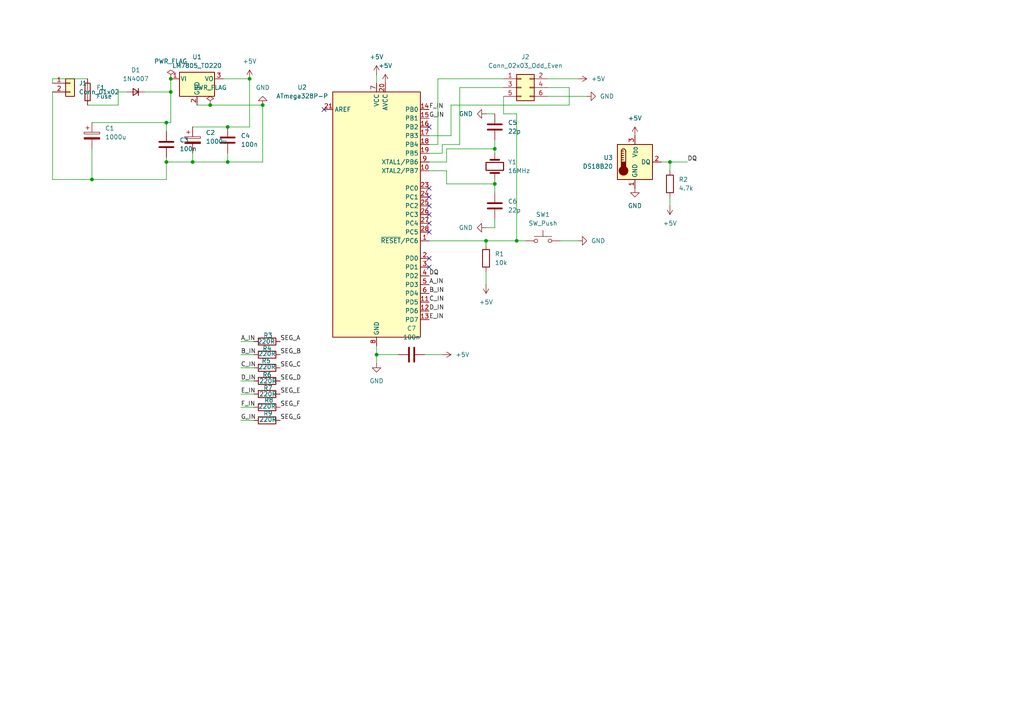
<source format=kicad_sch>
(kicad_sch (version 20250114) (generator "eeschema") (generator_version "9.0")
  (paper "A4")
  (lib_symbols
    (symbol "Connector_Generic:Conn_01x02" (pin_names (offset 1.016) (hide yes))
      (property "Reference" "J" (at 0 2.54 0))
      (property "Value" "Conn_01x02" (at 0 -5.08 0))
      (symbol "Conn_01x02_1_1"
        (rectangle (start -1.27 1.27) (end 1.27 -3.81) (stroke (width 0.254)) (fill (type background)))
        (rectangle (start -1.27 0.127) (end 0 -0.127) (stroke (width 0.1524)))
        (rectangle (start -1.27 -2.413) (end 0 -2.667) (stroke (width 0.1524)))
        (pin passive line (at -5.08 0 0) (length 3.81) (name "Pin_1") (number "1"))
        (pin passive line (at -5.08 -2.54 0) (length 3.81) (name "Pin_2") (number "2"))
      )
    )
    (symbol "Connector_Generic:Conn_02x03_Odd_Even" (pin_names (offset 1.016) (hide yes))
      (property "Reference" "J" (at 1.27 5.08 0))
      (property "Value" "Conn_02x03_Odd_Even" (at 1.27 -5.08 0))
      (symbol "Conn_02x03_Odd_Even_1_1"
        (rectangle (start -1.27 3.81) (end 3.81 -3.81) (stroke (width 0.254)) (fill (type background)))
        (rectangle (start -1.27 2.667) (end 0 2.413) (stroke (width 0.1524)))
        (rectangle (start -1.27 0.127) (end 0 -0.127) (stroke (width 0.1524)))
        (rectangle (start -1.27 -2.413) (end 0 -2.667) (stroke (width 0.1524)))
        (rectangle (start 3.81 2.667) (end 2.54 2.413) (stroke (width 0.1524)))
        (rectangle (start 3.81 0.127) (end 2.54 -0.127) (stroke (width 0.1524)))
        (rectangle (start 3.81 -2.413) (end 2.54 -2.667) (stroke (width 0.1524)))
        (pin passive line (at -5.08 2.54 0) (length 3.81) (name "Pin_1") (number "1"))
        (pin passive line (at -5.08 0 0) (length 3.81) (name "Pin_3") (number "3"))
        (pin passive line (at -5.08 -2.54 0) (length 3.81) (name "Pin_5") (number "5"))
        (pin passive line (at 7.62 2.54 180) (length 3.81) (name "Pin_2") (number "2"))
        (pin passive line (at 7.62 0 180) (length 3.81) (name "Pin_4") (number "4"))
        (pin passive line (at 7.62 -2.54 180) (length 3.81) (name "Pin_6") (number "6"))
      )
    )
    (symbol "Device:C" (pin_numbers (hide yes)) (pin_names (offset 0.254))
      (property "Reference" "C" (at 0.635 2.54 0))
      (property "Value" "C" (at 0.635 -2.54 0))
      (symbol "C_0_1"
        (polyline (pts (xy -2.032 0.762) (xy 2.032 0.762)) (stroke (width 0.508)))
        (polyline (pts (xy -2.032 -0.762) (xy 2.032 -0.762)) (stroke (width 0.508)))
      )
      (symbol "C_1_1"
        (pin passive line (at 0 3.81 270) (length 2.794) (name "~") (number "1"))
        (pin passive line (at 0 -3.81 90) (length 2.794) (name "~") (number "2"))
      )
    )
    (symbol "Device:C_Polarized" (pin_numbers (hide yes)) (pin_names (offset 0.254))
      (property "Reference" "C" (at 0.635 2.54 0))
      (property "Value" "C_Polarized" (at 0.635 -2.54 0))
      (symbol "C_Polarized_0_1"
        (rectangle (start -2.286 0.508) (end 2.286 1.016))
        (polyline (pts (xy -1.778 2.286) (xy -0.762 2.286)))
        (polyline (pts (xy -1.27 2.794) (xy -1.27 1.778)))
        (rectangle (start 2.286 -0.508) (end -2.286 -1.016) (fill (type outline)))
      )
      (symbol "C_Polarized_1_1"
        (pin passive line (at 0 3.81 270) (length 2.794) (name "~") (number "1"))
        (pin passive line (at 0 -3.81 90) (length 2.794) (name "~") (number "2"))
      )
    )
    (symbol "Device:Crystal" (pin_numbers (hide yes)) (pin_names (offset 1.016) (hide yes))
      (property "Reference" "Y" (at 0 3.81 0))
      (property "Value" "Crystal" (at 0 -3.81 0))
      (symbol "Crystal_0_1"
        (polyline (pts (xy -2.54 0) (xy -1.905 0)))
        (polyline (pts (xy -1.905 -1.27) (xy -1.905 1.27)) (stroke (width 0.508)))
        (rectangle (start -1.143 2.54) (end 1.143 -2.54) (stroke (width 0.3048)))
        (polyline (pts (xy 1.905 -1.27) (xy 1.905 1.27)) (stroke (width 0.508)))
        (polyline (pts (xy 2.54 0) (xy 1.905 0)))
      )
      (symbol "Crystal_1_1"
        (pin passive line (at -3.81 0 0) (length 1.27) (name "1") (number "1"))
        (pin passive line (at 3.81 0 180) (length 1.27) (name "2") (number "2"))
      )
    )
    (symbol "Device:D_Small" (pin_numbers (hide yes)) (pin_names (offset 0.254) (hide yes))
      (property "Reference" "D" (at -1.27 2.032 0))
      (property "Value" "D_Small" (at -3.81 -2.032 0))
      (symbol "D_Small_0_1"
        (polyline (pts (xy -0.762 0) (xy 0.762 0)))
        (polyline (pts (xy -0.762 -1.016) (xy -0.762 1.016)) (stroke (width 0.254)))
        (polyline (pts (xy 0.762 -1.016) (xy -0.762 0) (xy 0.762 1.016) (xy 0.762 -1.016)) (stroke (width 0.254)))
      )
      (symbol "D_Small_1_1"
        (pin passive line (at -2.54 0 0) (length 1.778) (name "K") (number "1"))
        (pin passive line (at 2.54 0 180) (length 1.778) (name "A") (number "2"))
      )
    )
    (symbol "Device:Fuse" (pin_numbers (hide yes)) (pin_names (offset 0))
      (property "Reference" "F" (at 2.032 0 90))
      (property "Value" "Fuse" (at -1.905 0 90))
      (symbol "Fuse_0_1"
        (rectangle (start -0.762 -2.54) (end 0.762 2.54) (stroke (width 0.254)))
        (polyline (pts (xy 0 2.54) (xy 0 -2.54)))
      )
      (symbol "Fuse_1_1"
        (pin passive line (at 0 3.81 270) (length 1.27) (name "~") (number "1"))
        (pin passive line (at 0 -3.81 90) (length 1.27) (name "~") (number "2"))
      )
    )
    (symbol "Device:R" (pin_numbers (hide yes)) (pin_names (offset 0))
      (property "Reference" "R" (at 2.032 0 90))
      (property "Value" "R" (at 0 0 90))
      (symbol "R_0_1"
        (rectangle (start -1.016 -2.54) (end 1.016 2.54) (stroke (width 0.254)))
      )
      (symbol "R_1_1"
        (pin passive line (at 0 3.81 270) (length 1.27) (name "~") (number "1"))
        (pin passive line (at 0 -3.81 90) (length 1.27) (name "~") (number "2"))
      )
    )
    (symbol "MCU_Microchip_ATmega:ATmega328P-P"
      (property "Reference" "U" (at -12.7 36.83 0))
      (property "Value" "ATmega328P-P" (at 2.54 -36.83 0))
      (symbol "ATmega328P-P_0_1"
        (rectangle (start -12.7 -35.56) (end 12.7 35.56) (stroke (width 0.254)) (fill (type background)))
      )
      (symbol "ATmega328P-P_1_1"
        (pin passive line (at -15.24 30.48 0) (length 2.54) (name "AREF") (number "21"))
        (pin power_in line (at 0 38.1 270) (length 2.54) (name "VCC") (number "7"))
        (pin passive line (at 0 -38.1 90) (length 2.54) (hide yes) (name "GND") (number "22"))
        (pin power_in line (at 0 -38.1 90) (length 2.54) (name "GND") (number "8"))
        (pin power_in line (at 2.54 38.1 270) (length 2.54) (name "AVCC") (number "20"))
        (pin bidirectional line (at 15.24 30.48 180) (length 2.54) (name "PB0") (number "14"))
        (pin bidirectional line (at 15.24 27.94 180) (length 2.54) (name "PB1") (number "15"))
        (pin bidirectional line (at 15.24 25.4 180) (length 2.54) (name "PB2") (number "16"))
        (pin bidirectional line (at 15.24 22.86 180) (length 2.54) (name "PB3") (number "17"))
        (pin bidirectional line (at 15.24 20.32 180) (length 2.54) (name "PB4") (number "18"))
        (pin bidirectional line (at 15.24 17.78 180) (length 2.54) (name "PB5") (number "19"))
        (pin bidirectional line (at 15.24 15.24 180) (length 2.54) (name "XTAL1/PB6") (number "9"))
        (pin bidirectional line (at 15.24 12.7 180) (length 2.54) (name "XTAL2/PB7") (number "10"))
        (pin bidirectional line (at 15.24 7.62 180) (length 2.54) (name "PC0") (number "23"))
        (pin bidirectional line (at 15.24 5.08 180) (length 2.54) (name "PC1") (number "24"))
        (pin bidirectional line (at 15.24 2.54 180) (length 2.54) (name "PC2") (number "25"))
        (pin bidirectional line (at 15.24 0 180) (length 2.54) (name "PC3") (number "26"))
        (pin bidirectional line (at 15.24 -2.54 180) (length 2.54) (name "PC4") (number "27"))
        (pin bidirectional line (at 15.24 -5.08 180) (length 2.54) (name "PC5") (number "28"))
        (pin bidirectional line (at 15.24 -7.62 180) (length 2.54) (name "~{RESET}/PC6") (number "1"))
        (pin bidirectional line (at 15.24 -12.7 180) (length 2.54) (name "PD0") (number "2"))
        (pin bidirectional line (at 15.24 -15.24 180) (length 2.54) (name "PD1") (number "3"))
        (pin bidirectional line (at 15.24 -17.78 180) (length 2.54) (name "PD2") (number "4"))
        (pin bidirectional line (at 15.24 -20.32 180) (length 2.54) (name "PD3") (number "5"))
        (pin bidirectional line (at 15.24 -22.86 180) (length 2.54) (name "PD4") (number "6"))
        (pin bidirectional line (at 15.24 -25.4 180) (length 2.54) (name "PD5") (number "11"))
        (pin bidirectional line (at 15.24 -27.94 180) (length 2.54) (name "PD6") (number "12"))
        (pin bidirectional line (at 15.24 -30.48 180) (length 2.54) (name "PD7") (number "13"))
      )
    )
    (symbol "Regulator_Linear:LM7805_TO220" (pin_names (offset 0.254))
      (property "Reference" "U" (at -3.81 3.175 0))
      (property "Value" "LM7805_TO220" (at 0 3.175 0))
      (symbol "LM7805_TO220_0_1"
        (rectangle (start -5.08 1.905) (end 5.08 -5.08) (stroke (width 0.254)) (fill (type background)))
      )
      (symbol "LM7805_TO220_1_1"
        (pin power_in line (at -7.62 0 0) (length 2.54) (name "VI") (number "1"))
        (pin power_in line (at 0 -7.62 90) (length 2.54) (name "GND") (number "2"))
        (pin power_out line (at 7.62 0 180) (length 2.54) (name "VO") (number "3"))
      )
    )
    (symbol "Sensor_Temperature:DS18B20"
      (property "Reference" "U" (at -3.81 6.35 0))
      (property "Value" "DS18B20" (at 6.35 6.35 0))
      (symbol "DS18B20_0_1"
        (rectangle (start -5.08 5.08) (end 5.08 -5.08) (stroke (width 0.254)) (fill (type background)))
        (polyline (pts (xy -3.937 3.175) (xy -3.937 0)) (stroke (width 0.254)))
        (polyline (pts (xy -3.937 3.175) (xy -3.302 3.175)) (stroke (width 0.254)))
        (polyline (pts (xy -3.937 2.54) (xy -3.302 2.54)) (stroke (width 0.254)))
        (polyline (pts (xy -3.937 1.905) (xy -3.302 1.905)) (stroke (width 0.254)))
        (polyline (pts (xy -3.937 1.27) (xy -3.302 1.27)) (stroke (width 0.254)))
        (polyline (pts (xy -3.937 0.635) (xy -3.302 0.635)) (stroke (width 0.254)))
        (arc (start -3.937 3.175) (mid -3.302 3.8073) (end -2.667 3.175) (stroke (width 0.254)))
        (circle (center -3.302 -2.54) (radius 1.27) (stroke (width 0.254)) (fill (type outline)))
        (polyline (pts (xy -2.667 3.175) (xy -2.667 0)) (stroke (width 0.254)))
        (rectangle (start -2.667 -1.905) (end -3.937 0) (stroke (width 0.254)) (fill (type outline)))
      )
      (symbol "DS18B20_1_1"
        (pin power_in line (at 0 7.62 270) (length 2.54) (name "V_{DD}") (number "3"))
        (pin power_in line (at 0 -7.62 90) (length 2.54) (name "GND") (number "1"))
        (pin bidirectional line (at 7.62 0 180) (length 2.54) (name "DQ") (number "2"))
      )
    )
    (symbol "Switch:SW_Push" (pin_numbers (hide yes)) (pin_names (offset 1.016) (hide yes))
      (property "Reference" "SW" (at 1.27 2.54 0))
      (property "Value" "SW_Push" (at 0 -1.524 0))
      (symbol "SW_Push_0_1"
        (circle (center -2.032 0) (radius 0.508))
        (polyline (pts (xy 0 1.27) (xy 0 3.048)))
        (circle (center 2.032 0) (radius 0.508))
        (polyline (pts (xy 2.54 1.27) (xy -2.54 1.27)))
        (pin passive line (at -5.08 0 0) (length 2.54) (name "1") (number "1"))
        (pin passive line (at 5.08 0 180) (length 2.54) (name "2") (number "2"))
      )
    )
    (symbol "power:+5V" (power) (pin_numbers (hide yes)) (pin_names (offset 0) (hide yes))
      (property "Value" "+5V" (at 0 3.556 0))
      (symbol "+5V_0_1"
        (polyline (pts (xy -0.762 1.27) (xy 0 2.54)))
        (polyline (pts (xy 0 2.54) (xy 0.762 1.27)))
        (polyline (pts (xy 0 0) (xy 0 2.54)))
      )
      (symbol "+5V_1_1"
        (pin power_in line (at 0 0 90) (length 0) (name "~") (number "1"))
      )
    )
    (symbol "power:GND" (power) (pin_numbers (hide yes)) (pin_names (offset 0) (hide yes))
      (property "Value" "GND" (at 0 -3.81 0))
      (symbol "GND_0_1"
        (polyline (pts (xy 0 0) (xy 0 -1.27) (xy 1.27 -1.27) (xy 0 -2.54) (xy -1.27 -1.27) (xy 0 -1.27)))
      )
      (symbol "GND_1_1"
        (pin power_in line (at 0 0 270) (length 0) (name "~") (number "1"))
      )
    )
    (symbol "power:PWR_FLAG" (power) (pin_numbers (hide yes)) (pin_names (offset 0) (hide yes))
      (property "Value" "PWR_FLAG" (at 0 3.81 0))
      (symbol "PWR_FLAG_0_0"
        (pin power_out line (at 0 0 90) (length 0) (name "~") (number "1"))
      )
      (symbol "PWR_FLAG_0_1"
        (polyline (pts (xy 0 0) (xy 0 1.27) (xy -1.016 1.905) (xy 0 2.54) (xy 1.016 1.905) (xy 0 1.27)))
      )
    )
  )
  (junction (at 49.53 22.86))
  (junction (at 48.26 46.99))
  (junction (at 76.2 30.48))
  (junction (at 109.22 102.87))
  (junction (at 140.97 69.85))
  (junction (at 26.67 52.07))
  (junction (at 194.31 46.99))
  (junction (at 49.53 26.67))
  (junction (at 143.51 53.34))
  (junction (at 48.26 35.56))
  (junction (at 66.04 36.83))
  (junction (at 60.96 30.48))
  (junction (at 149.86 69.85))
  (junction (at 66.04 46.99))
  (junction (at 55.88 46.99))
  (junction (at 72.39 22.86))
  (junction (at 143.51 43.18))
  (no_connect (at 124.46 64.77))
  (no_connect (at 124.46 62.23))
  (no_connect (at 124.46 59.69))
  (no_connect (at 124.46 74.93))
  (no_connect (at 93.98 31.75))
  (no_connect (at 124.46 77.47))
  (no_connect (at 124.46 57.15))
  (no_connect (at 124.46 67.31))
  (no_connect (at 124.46 36.83))
  (no_connect (at 124.46 54.61))
  (wire (pts (xy 158.75 25.4) (xy 165.1 25.4)))
  (wire (pts (xy 165.1 30.48) (xy 130.81 30.48)))
  (wire (pts (xy 55.88 46.99) (xy 66.04 46.99)))
  (wire (pts (xy 69.85 106.68) (xy 73.66 106.68)))
  (wire (pts (xy 64.77 22.86) (xy 72.39 22.86)))
  (wire (pts (xy 34.29 30.48) (xy 34.29 26.67)))
  (wire (pts (xy 26.67 43.18) (xy 26.67 52.07)))
  (wire (pts (xy 15.24 22.86) (xy 25.4 22.86)))
  (wire (pts (xy 41.91 26.67) (xy 49.53 26.67)))
  (wire (pts (xy 129.54 53.34) (xy 129.54 49.53)))
  (wire (pts (xy 66.04 44.45) (xy 66.04 46.99)))
  (wire (pts (xy 48.26 46.99) (xy 48.26 52.07)))
  (wire (pts (xy 128.27 102.87) (xy 123.19 102.87)))
  (wire (pts (xy 66.04 46.99) (xy 76.2 46.99)))
  (wire (pts (xy 48.26 35.56) (xy 49.53 35.56)))
  (wire (pts (xy 48.26 35.56) (xy 48.26 38.1)))
  (wire (pts (xy 76.2 30.48) (xy 76.2 46.99)))
  (wire (pts (xy 140.97 66.04) (xy 143.51 66.04)))
  (wire (pts (xy 143.51 43.18) (xy 143.51 44.45)))
  (wire (pts (xy 140.97 69.85) (xy 140.97 71.12)))
  (wire (pts (xy 69.85 121.92) (xy 73.66 121.92)))
  (wire (pts (xy 124.46 46.99) (xy 129.54 46.99)))
  (wire (pts (xy 124.46 41.91) (xy 127 41.91)))
  (wire (pts (xy 26.67 35.56) (xy 48.26 35.56)))
  (wire (pts (xy 124.46 49.53) (xy 129.54 49.53)))
  (wire (pts (xy 128.27 41.91) (xy 128.27 44.45)))
  (wire (pts (xy 129.54 53.34) (xy 143.51 53.34)))
  (wire (pts (xy 128.27 41.91) (xy 133.35 41.91)))
  (wire (pts (xy 130.81 30.48) (xy 130.81 39.37)))
  (wire (pts (xy 146.05 33.02) (xy 146.05 27.94)))
  (wire (pts (xy 162.56 69.85) (xy 167.64 69.85)))
  (wire (pts (xy 15.24 24.13) (xy 15.24 22.86)))
  (wire (pts (xy 130.81 39.37) (xy 124.46 39.37)))
  (wire (pts (xy 109.22 102.87) (xy 115.57 102.87)))
  (wire (pts (xy 55.88 36.83) (xy 66.04 36.83)))
  (wire (pts (xy 143.51 52.07) (xy 143.51 53.34)))
  (wire (pts (xy 140.97 78.74) (xy 140.97 82.55)))
  (wire (pts (xy 26.67 52.07) (xy 48.26 52.07)))
  (wire (pts (xy 143.51 63.5) (xy 143.51 66.04)))
  (wire (pts (xy 140.97 69.85) (xy 149.86 69.85)))
  (wire (pts (xy 109.22 100.33) (xy 109.22 102.87)))
  (wire (pts (xy 128.27 44.45) (xy 124.46 44.45)))
  (wire (pts (xy 69.85 99.06) (xy 73.66 99.06)))
  (wire (pts (xy 149.86 69.85) (xy 152.4 69.85)))
  (wire (pts (xy 15.24 52.07) (xy 26.67 52.07)))
  (wire (pts (xy 60.96 30.48) (xy 76.2 30.48)))
  (wire (pts (xy 158.75 27.94) (xy 170.18 27.94)))
  (wire (pts (xy 129.54 46.99) (xy 129.54 43.18)))
  (wire (pts (xy 49.53 26.67) (xy 49.53 35.56)))
  (wire (pts (xy 194.31 49.53) (xy 194.31 46.99)))
  (wire (pts (xy 72.39 22.86) (xy 72.39 36.83)))
  (wire (pts (xy 194.31 59.69) (xy 194.31 57.15)))
  (wire (pts (xy 165.1 25.4) (xy 165.1 30.48)))
  (wire (pts (xy 199.39 46.99) (xy 194.31 46.99)))
  (wire (pts (xy 167.64 22.86) (xy 158.75 22.86)))
  (wire (pts (xy 146.05 22.86) (xy 127 22.86)))
  (wire (pts (xy 69.85 114.3) (xy 73.66 114.3)))
  (wire (pts (xy 109.22 21.59) (xy 109.22 24.13)))
  (wire (pts (xy 48.26 45.72) (xy 48.26 46.99)))
  (wire (pts (xy 55.88 44.45) (xy 55.88 46.99)))
  (wire (pts (xy 133.35 25.4) (xy 146.05 25.4)))
  (wire (pts (xy 143.51 40.64) (xy 143.51 43.18)))
  (wire (pts (xy 66.04 36.83) (xy 72.39 36.83)))
  (wire (pts (xy 146.05 33.02) (xy 149.86 33.02)))
  (wire (pts (xy 127 22.86) (xy 127 41.91)))
  (wire (pts (xy 194.31 46.99) (xy 191.77 46.99)))
  (wire (pts (xy 143.51 53.34) (xy 143.51 55.88)))
  (wire (pts (xy 34.29 26.67) (xy 36.83 26.67)))
  (wire (pts (xy 69.85 118.11) (xy 73.66 118.11)))
  (wire (pts (xy 140.97 69.85) (xy 124.46 69.85)))
  (wire (pts (xy 129.54 43.18) (xy 143.51 43.18)))
  (wire (pts (xy 48.26 46.99) (xy 55.88 46.99)))
  (wire (pts (xy 57.15 30.48) (xy 60.96 30.48)))
  (wire (pts (xy 49.53 22.86) (xy 49.53 26.67)))
  (wire (pts (xy 15.24 26.67) (xy 15.24 52.07)))
  (wire (pts (xy 69.85 102.87) (xy 73.66 102.87)))
  (wire (pts (xy 69.85 110.49) (xy 73.66 110.49)))
  (wire (pts (xy 25.4 30.48) (xy 34.29 30.48)))
  (wire (pts (xy 133.35 25.4) (xy 133.35 41.91)))
  (wire (pts (xy 143.51 33.02) (xy 140.97 33.02)))
  (wire (pts (xy 149.86 33.02) (xy 149.86 69.85)))
  (wire (pts (xy 109.22 102.87) (xy 109.22 105.41)))
  (label "C_IN" (at 124.46 87.63 0))
  (label "DQ" (at 124.46 80.01 0))
  (label "SEG_F" (at 81.28 118.11 0))
  (label "DQ" (at 199.39 46.99 0))
  (label "E_IN" (at 124.46 92.71 0))
  (label "C_IN" (at 69.85 106.68 0))
  (label "SEG_G" (at 81.28 121.92 0))
  (label "SEG_A" (at 81.28 99.06 0))
  (label "E_IN" (at 69.85 114.3 0))
  (label "D_IN" (at 69.85 110.49 0))
  (label "G_IN" (at 69.85 121.92 0))
  (label "G_IN" (at 124.46 34.29 0))
  (label "B_IN" (at 69.85 102.87 0))
  (label "B_IN" (at 124.46 85.09 0))
  (label "F_IN" (at 69.85 118.11 0))
  (label "SEG_D" (at 81.28 110.49 0))
  (label "D_IN" (at 124.46 90.17 0))
  (label "SEG_C" (at 81.28 106.68 0))
  (label "A_IN" (at 69.85 99.06 0))
  (label "SEG_B" (at 81.28 102.87 0))
  (label "F_IN" (at 124.46 31.75 0))
  (label "A_IN" (at 124.46 82.55 0))
  (label "SEG_E" (at 81.28 114.3 0))
  (symbol (lib_id "Device:Fuse") (at 25.4 26.67 0) (unit 1)
    (property "Reference" "F1" (at 27.94 25.3999 0) (effects (justify left)))
    (property "Value" "Fuse" (at 27.94 27.9399 0) (effects (justify left)))
    (property "Description" "Fuse" (effects (hide yes)))
  )
  (symbol (lib_id "power:GND") (at 76.2 30.48 180) (unit 1)
    (property "Reference" "#PWR06" (effects (hide yes)))
    (property "Value" "GND" (at 76.2 25.4 0))
    (property "Description" "Power symbol creates a global label with name \"GND\" , ground" (effects (hide yes)))
  )
  (symbol (lib_id "power:+5V") (at 72.39 22.86 0) (unit 1)
    (property "Reference" "#PWR01" (effects (hide yes)))
    (property "Value" "+5V" (at 72.39 17.78 0))
    (property "Description" "Power symbol creates a global label with name \"+5V\"" (effects (hide yes)))
  )
  (symbol (lib_id "power:GND") (at 140.97 66.04 270) (unit 1)
    (property "Reference" "#PWR010" (effects (hide yes)))
    (property "Value" "GND" (at 137.16 66.0399 90) (effects (justify right)))
    (property "Description" "Power symbol creates a global label with name \"GND\" , ground" (effects (hide yes)))
  )
  (symbol (lib_id "power:PWR_FLAG") (at 49.53 22.86 0) (unit 1)
    (property "Reference" "#FLG01" (effects (hide yes)))
    (property "Value" "PWR_FLAG" (at 49.53 17.78 0))
    (property "Description" "Special symbol for telling ERC where power comes from" (effects (hide yes)))
  )
  (symbol (lib_id "Device:C_Polarized") (at 55.88 40.64 0) (unit 1)
    (property "Reference" "C2" (at 59.69 38.4809 0) (effects (justify left)))
    (property "Value" "1000u" (at 59.69 41.0209 0) (effects (justify left)))
    (property "Description" "Polarized capacitor" (effects (hide yes)))
  )
  (symbol (lib_id "Sensor_Temperature:DS18B20") (at 184.15 46.99 0) (unit 1)
    (property "Reference" "U3" (at 177.8 45.7199 0) (effects (justify right)))
    (property "Value" "DS18B20" (at 177.8 48.2599 0) (effects (justify right)))
    (property "Footprint" "Package_TO_SOT_THT:TO-92_Inline" (effects (hide yes)))
    (property "Datasheet" "http://datasheets.maximintegrated.com/en/ds/DS18B20.pdf" (effects (hide yes)))
    (property "Description" "Programmable Resolution 1-Wire Digital Thermometer TO-92" (effects (hide yes)))
  )
  (symbol (lib_id "Regulator_Linear:LM7805_TO220") (at 57.15 22.86 0) (unit 1)
    (property "Reference" "U1" (at 57.15 16.51 0))
    (property "Value" "LM7805_TO220" (at 57.15 19.05 0))
    (property "Footprint" "Package_TO_SOT_THT:TO-220-3_Vertical" (effects (hide yes)))
    (property "Datasheet" "https://www.onsemi.cn/PowerSolutions/document/MC7800-D.PDF" (effects (hide yes)))
    (property "Description" "Positive 1A 35V Linear Regulator, Fixed Output 5V, TO-220" (effects (hide yes)))
  )
  (symbol (lib_id "power:+5V") (at 194.31 59.69 180) (unit 1)
    (property "Reference" "#PWR015" (effects (hide yes)))
    (property "Value" "+5V" (at 194.31 64.77 0))
    (property "Description" "Power symbol creates a global label with name \"+5V\"" (effects (hide yes)))
  )
  (symbol (lib_id "MCU_Microchip_ATmega:ATmega328P-P") (at 109.22 62.23 0) (unit 1)
    (property "Reference" "U2" (at 87.63 25.3298 0))
    (property "Value" "ATmega328P-P" (at 87.63 27.8698 0))
    (property "Footprint" "Package_DIP:DIP-28_W7.62mm" (effects (hide yes)))
    (property "Datasheet" "http://ww1.microchip.com/downloads/en/DeviceDoc/ATmega328_P%20AVR%20MCU%20with%20picoPower%20Technology%20Data%20Sheet%2040001984A.pdf" (effects (hide yes)))
    (property "Description" "20MHz, 32kB Flash, 2kB SRAM, 1kB EEPROM, DIP-28" (effects (hide yes)))
  )
  (symbol (lib_id "Device:R") (at 77.47 99.06 90) (unit 1)
    (property "Reference" "R3" (at 77.724 97.282 90))
    (property "Value" "220R" (at 77.216 99.06 90))
    (property "Description" "Resistor" (effects (hide yes)))
  )
  (symbol (lib_id "power:+5V") (at 140.97 82.55 180) (unit 1)
    (property "Reference" "#PWR08" (effects (hide yes)))
    (property "Value" "+5V" (at 140.97 87.63 0))
    (property "Description" "Power symbol creates a global label with name \"+5V\"" (effects (hide yes)))
  )
  (symbol (lib_id "power:PWR_FLAG") (at 60.96 30.48 0) (unit 1)
    (property "Reference" "#FLG02" (effects (hide yes)))
    (property "Value" "PWR_FLAG" (at 60.96 25.4 0))
    (property "Description" "Special symbol for telling ERC where power comes from" (effects (hide yes)))
  )
  (symbol (lib_id "power:GND") (at 167.64 69.85 90) (unit 1)
    (property "Reference" "#PWR03" (effects (hide yes)))
    (property "Value" "GND" (at 171.45 69.8499 90) (effects (justify right)))
    (property "Description" "Power symbol creates a global label with name \"GND\" , ground" (effects (hide yes)))
  )
  (symbol (lib_id "Device:R") (at 77.47 110.49 90) (unit 1)
    (property "Reference" "R6" (at 77.47 108.712 90))
    (property "Value" "220R" (at 77.724 110.49 90))
    (property "Description" "Resistor" (effects (hide yes)))
  )
  (symbol (lib_id "power:GND") (at 170.18 27.94 90) (unit 1)
    (property "Reference" "#PWR09" (effects (hide yes)))
    (property "Value" "GND" (at 173.99 27.9399 90) (effects (justify right)))
    (property "Description" "Power symbol creates a global label with name \"GND\" , ground" (effects (hide yes)))
  )
  (symbol (lib_id "Device:C") (at 66.04 40.64 0) (unit 1)
    (property "Reference" "C4" (at 69.85 39.3699 0) (effects (justify left)))
    (property "Value" "100n" (at 69.85 41.9099 0) (effects (justify left)))
    (property "Description" "Unpolarized capacitor" (effects (hide yes)))
  )
  (symbol (lib_id "Device:C_Polarized") (at 26.67 39.37 0) (unit 1)
    (property "Reference" "C1" (at 30.48 37.2109 0) (effects (justify left)))
    (property "Value" "1000u" (at 30.48 39.7509 0) (effects (justify left)))
    (property "Description" "Polarized capacitor" (effects (hide yes)))
  )
  (symbol (lib_id "Device:R") (at 77.47 114.3 90) (unit 1)
    (property "Reference" "R7" (at 77.724 112.522 90))
    (property "Value" "220R" (at 77.724 114.3 90))
    (property "Description" "Resistor" (effects (hide yes)))
  )
  (symbol (lib_id "Device:R") (at 194.31 53.34 0) (unit 1)
    (property "Reference" "R2" (at 196.85 52.0699 0) (effects (justify left)))
    (property "Value" "4.7k" (at 196.85 54.6099 0) (effects (justify left)))
    (property "Description" "Resistor" (effects (hide yes)))
  )
  (symbol (lib_id "power:GND") (at 109.22 105.41 0) (unit 1)
    (property "Reference" "#PWR012" (effects (hide yes)))
    (property "Value" "GND" (at 109.22 110.49 0))
    (property "Description" "Power symbol creates a global label with name \"GND\" , ground" (effects (hide yes)))
  )
  (symbol (lib_id "power:+5V") (at 184.15 39.37 0) (unit 1)
    (property "Reference" "#PWR014" (effects (hide yes)))
    (property "Value" "+5V" (at 184.15 34.29 0))
    (property "Description" "Power symbol creates a global label with name \"+5V\"" (effects (hide yes)))
  )
  (symbol (lib_id "power:+5V") (at 109.22 21.59 0) (unit 1)
    (property "Reference" "#PWR02" (effects (hide yes)))
    (property "Value" "+5V" (at 109.22 16.51 0))
    (property "Description" "Power symbol creates a global label with name \"+5V\"" (effects (hide yes)))
  )
  (symbol (lib_id "power:GND") (at 184.15 54.61 0) (unit 1)
    (property "Reference" "#PWR013" (effects (hide yes)))
    (property "Value" "GND" (at 184.15 59.69 0))
    (property "Description" "Power symbol creates a global label with name \"GND\" , ground" (effects (hide yes)))
  )
  (symbol (lib_id "Device:Crystal") (at 143.51 48.26 90) (unit 1)
    (property "Reference" "Y1" (at 147.32 46.9899 90) (effects (justify right)))
    (property "Value" "16MHz" (at 147.32 49.5299 90) (effects (justify right)))
    (property "Description" "Two pin crystal" (effects (hide yes)))
  )
  (symbol (lib_id "Device:C") (at 143.51 36.83 0) (unit 1)
    (property "Reference" "C5" (at 147.32 35.5599 0) (effects (justify left)))
    (property "Value" "22p" (at 147.32 38.0999 0) (effects (justify left)))
    (property "Description" "Unpolarized capacitor" (effects (hide yes)))
  )
  (symbol (lib_id "Device:D_Small") (at 39.37 26.67 180) (unit 1)
    (property "Reference" "D1" (at 39.37 20.32 0))
    (property "Value" "1N4007" (at 39.37 22.86 0))
    (property "Description" "Diode, small symbol" (effects (hide yes)))
    (property "Sim.Device" "D" (effects (hide yes)))
    (property "Sim.Pins" "1=K 2=A" (effects (hide yes)))
  )
  (symbol (lib_id "Device:R") (at 77.47 121.92 90) (unit 1)
    (property "Reference" "R9" (at 77.724 119.888 90))
    (property "Value" "220R" (at 77.724 121.666 90))
    (property "Description" "Resistor" (effects (hide yes)))
  )
  (symbol (lib_id "power:+5V") (at 167.64 22.86 270) (unit 1)
    (property "Reference" "#PWR07" (effects (hide yes)))
    (property "Value" "+5V" (at 171.45 22.8599 90) (effects (justify left)))
    (property "Description" "Power symbol creates a global label with name \"+5V\"" (effects (hide yes)))
  )
  (symbol (lib_id "power:+5V") (at 111.76 24.13 0) (unit 1)
    (property "Reference" "#PWR04" (effects (hide yes)))
    (property "Value" "+5V" (at 111.76 19.05 0))
    (property "Description" "Power symbol creates a global label with name \"+5V\"" (effects (hide yes)))
  )
  (symbol (lib_id "Switch:SW_Push") (at 157.48 69.85 0) (unit 1)
    (property "Reference" "SW1" (at 157.48 62.23 0))
    (property "Value" "SW_Push" (at 157.48 64.77 0))
    (property "Description" "Push button switch, generic, two pins" (effects (hide yes)))
  )
  (symbol (lib_id "Device:C") (at 48.26 41.91 0) (unit 1)
    (property "Reference" "C3" (at 52.07 40.6399 0) (effects (justify left)))
    (property "Value" "100n" (at 52.07 43.1799 0) (effects (justify left)))
    (property "Description" "Unpolarized capacitor" (effects (hide yes)))
  )
  (symbol (lib_id "Device:R") (at 140.97 74.93 0) (unit 1)
    (property "Reference" "R1" (at 143.51 73.6599 0) (effects (justify left)))
    (property "Value" "10k" (at 143.51 76.1999 0) (effects (justify left)))
    (property "Description" "Resistor" (effects (hide yes)))
  )
  (symbol (lib_id "power:GND") (at 140.97 33.02 270) (unit 1)
    (property "Reference" "#PWR011" (effects (hide yes)))
    (property "Value" "GND" (at 137.16 33.0199 90) (effects (justify right)))
    (property "Description" "Power symbol creates a global label with name \"GND\" , ground" (effects (hide yes)))
  )
  (symbol (lib_id "Connector_Generic:Conn_02x03_Odd_Even") (at 151.13 25.4 0) (unit 1)
    (property "Reference" "J2" (at 152.4 16.51 0))
    (property "Value" "Conn_02x03_Odd_Even" (at 152.4 19.05 0))
    (property "Description" "Generic connector, double row, 02x03, odd/even pin numbering scheme (row 1 odd numbers, row 2 even numbers), script generated (kicad-library-utils/schlib/autogen/connector/)" (effects (hide yes)))
  )
  (symbol (lib_id "Connector_Generic:Conn_01x02") (at 20.32 24.13 0) (unit 1)
    (property "Reference" "J1" (at 22.86 24.1299 0) (effects (justify left)))
    (property "Value" "Conn_01x02" (at 22.86 26.6699 0) (effects (justify left)))
    (property "Description" "Generic connector, single row, 01x02, script generated (kicad-library-utils/schlib/autogen/connector/)" (effects (hide yes)))
  )
  (symbol (lib_id "Device:C") (at 143.51 59.69 0) (unit 1)
    (property "Reference" "C6" (at 147.32 58.4199 0) (effects (justify left)))
    (property "Value" "22p" (at 147.32 60.9599 0) (effects (justify left)))
    (property "Description" "Unpolarized capacitor" (effects (hide yes)))
  )
  (symbol (lib_id "Device:R") (at 77.47 118.11 90) (unit 1)
    (property "Reference" "R8" (at 77.978 116.078 90))
    (property "Value" "220R" (at 77.47 117.856 90))
    (property "Description" "Resistor" (effects (hide yes)))
  )
  (symbol (lib_id "Device:R") (at 77.47 102.87 90) (unit 1)
    (property "Reference" "R4" (at 77.47 101.092 90))
    (property "Value" "220R" (at 77.47 102.616 90))
    (property "Description" "Resistor" (effects (hide yes)))
  )
  (symbol (lib_id "Device:R") (at 77.47 106.68 90) (unit 1)
    (property "Reference" "R5" (at 77.216 104.648 90))
    (property "Value" "220R" (at 77.47 106.426 90))
    (property "Description" "Resistor" (effects (hide yes)))
  )
  (symbol (lib_id "power:+5V") (at 128.27 102.87 270) (unit 1)
    (property "Reference" "#PWR05" (effects (hide yes)))
    (property "Value" "+5V" (at 132.08 102.8699 90) (effects (justify left)))
    (property "Description" "Power symbol creates a global label with name \"+5V\"" (effects (hide yes)))
  )
  (symbol (lib_id "Device:C") (at 119.38 102.87 90) (unit 1)
    (property "Reference" "C7" (at 119.38 95.25 90))
    (property "Value" "100n" (at 119.38 97.79 90))
    (property "Description" "Unpolarized capacitor" (effects (hide yes)))
  )
)
</source>
